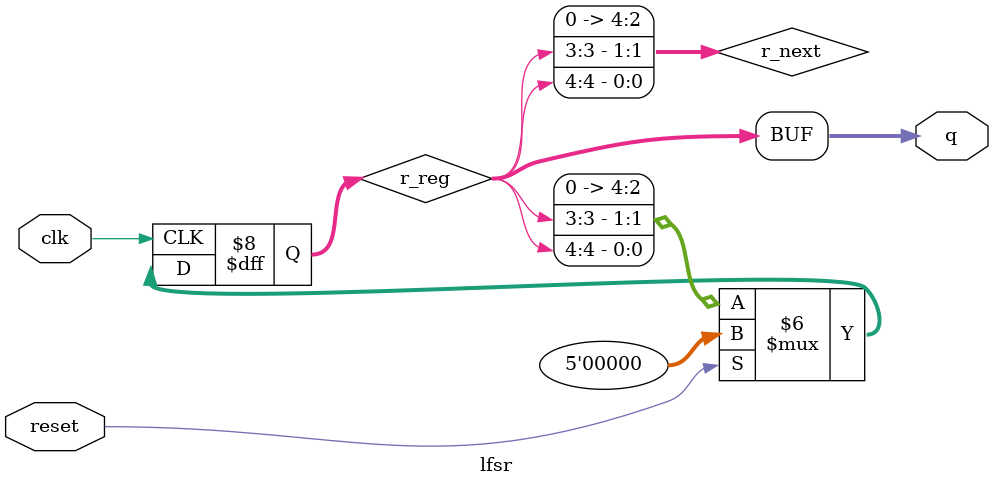
<source format=v>
module lfsr( 
    input clk,
    input reset,
    output [4:0] q
); 
reg [4:0] r_reg;
wire [4:0] r_next;
wire feedback_value;
// on reset set the value of r_reg to 1
// otherwise assign r_next to r_reg
// assign the xor of bit positions 2 and 4 of r_reg to feedback_value
// assign feedback value concatenated with 4 MSBs of r_reg to r_next
// assign r_reg to the output q
assign feedback_value = r_reg[2] ^ r_reg[4];
assign r_next = {r_reg[3], r_reg[4] ^ r_reg[4] >> 1};
assign q = r_reg;
always @ (posedge clk)
begin
if(reset)
begin
r_reg <= 0;
end
else
begin
r_reg <= r_next;
end
end
endmodule

</source>
